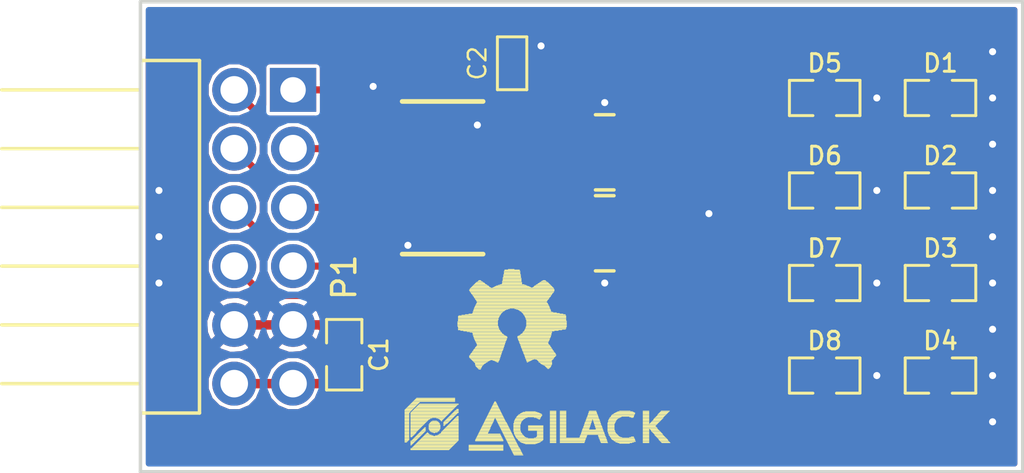
<source format=kicad_pcb>
(kicad_pcb (version 20171130) (host pcbnew 5.0.2)
  (layers (0 F.Cu signal) (31 B.Cu signal) (34 B.Paste user) (35 F.Paste user) (36 B.SilkS user) (37 F.SilkS user) (38 B.Mask user) (39 F.Mask user) (44 Edge.Cuts user))
  (net 0 "")
  (net 1 PMOD_IO1)
  (net 2 PMOD_IO2)
  (net 3 PMOD_IO3)
  (net 4 PMOD_IO4)
  (net 5 GND)
  (net 6 VCC)
  (net 7 PMOD_IO5)
  (net 8 PMOD_IO6)
  (net 9 PMOD_IO7)
  (net 10 PMOD_IO8)
  (net 11 "Net-(RP2-Pad3)")
  (net 12 "Net-(RP2-Pad2)")
  (net 13 "Net-(RP2-Pad1)")
  (net 14 "Net-(RP1-Pad4)")
  (net 15 "Net-(RP1-Pad3)")
  (net 16 "Net-(RP1-Pad2)")
  (net 17 "Net-(RP1-Pad1)")
  (net 18 "Net-(RP2-Pad4)")
  (net 19 "Net-(D1-Pad1)")
  (net 20 "Net-(D5-Pad1)")
  (net 21 "Net-(D2-Pad1)")
  (net 22 "Net-(D6-Pad1)")
  (net 23 "Net-(D8-Pad1)")
  (net 24 "Net-(D4-Pad1)")
  (net 25 "Net-(D7-Pad1)")
  (net 26 "Net-(D3-Pad1)")
  (module pmod-8leds:CONN_PMOD-Male (layer F.Cu) (at 133.5 105 90)
    (fp_text reference P1 (at -1.75 4.75 270) (layer F.SilkS))
    (fp_text value PMOD)
    (pad 1 thru_hole rect (at 6.35 2.54 90) (size 1.9 2) (drill 1.1) (layers *.Cu *.Mask) (net 1 PMOD_IO1))
    (pad 2 thru_hole circle (at 3.81 2.54 90) (size 1.9 1.9) (drill 1.19) (layers *.Cu *.Mask) (net 2 PMOD_IO2))
    (pad 3 thru_hole circle (at 1.27 2.54 90) (size 1.9 1.9) (drill 1.19) (layers *.Cu *.Mask) (net 3 PMOD_IO3))
    (pad 4 thru_hole circle (at -1.27 2.54 90) (size 1.9 1.9) (drill 1.19) (layers *.Cu *.Mask) (net 4 PMOD_IO4))
    (pad 5 thru_hole circle (at -3.81 2.54 90) (size 1.9 1.9) (drill 1.19) (layers *.Cu *.Mask) (net 5 GND))
    (pad 6 thru_hole circle (at -6.35 2.54 90) (size 1.9 1.9) (drill 1.19) (layers *.Cu *.Mask) (net 6 VCC))
    (pad 7 thru_hole circle (at 6.35 0 90) (size 1.9 1.9) (drill 1.19) (layers *.Cu *.Mask) (net 7 PMOD_IO5))
    (pad 8 thru_hole circle (at 3.81 0 90) (size 1.9 1.9) (drill 1.19) (layers *.Cu *.Mask) (net 8 PMOD_IO6))
    (pad 9 thru_hole circle (at 1.27 0 90) (size 1.9 1.9) (drill 1.19) (layers *.Cu *.Mask) (net 9 PMOD_IO7))
    (pad 10 thru_hole circle (at -1.27 0 90) (size 1.9 1.9) (drill 1.19) (layers *.Cu *.Mask) (net 10 PMOD_IO8))
    (pad 11 thru_hole circle (at -3.81 0 90) (size 1.9 1.9) (drill 1.19) (layers *.Cu *.Mask) (net 5 GND))
    (pad 12 thru_hole circle (at -6.35 0 90) (size 1.9 1.9) (drill 1.19) (layers *.Cu *.Mask) (net 6 VCC))
  )
  (module pmod-8leds:TSSOP20 (layer F.Cu) (at 142.5 102.45 270)
    (fp_text reference U1 hide)
    (fp_text value 74HC541 hide)
    (pad 2 smd rect (at -2.275 2.96926 270) (size 0.3048 1.78054) (layers F.Cu F.Paste F.Mask) (net 1 PMOD_IO1))
    (pad 3 smd rect (at -1.625 2.96926 270) (size 0.3048 1.78054) (layers F.Cu F.Paste F.Mask) (net 7 PMOD_IO5))
    (pad 4 smd rect (at -0.975 2.96926 270) (size 0.3048 1.78054) (layers F.Cu F.Paste F.Mask) (net 2 PMOD_IO2))
    (pad 5 smd rect (at -0.325 2.96926 270) (size 0.3048 1.78054) (layers F.Cu F.Paste F.Mask) (net 8 PMOD_IO6))
    (pad 6 smd rect (at 0.325 2.96926 270) (size 0.3048 1.78054) (layers F.Cu F.Paste F.Mask) (net 3 PMOD_IO3))
    (pad 7 smd rect (at 0.975 2.96926 270) (size 0.3048 1.78054) (layers F.Cu F.Paste F.Mask) (net 9 PMOD_IO7))
    (pad 8 smd rect (at 1.625 2.96926 270) (size 0.3048 1.78054) (layers F.Cu F.Paste F.Mask) (net 4 PMOD_IO4))
    (pad 9 smd rect (at 2.275 2.96926 270) (size 0.3048 1.78054) (layers F.Cu F.Paste F.Mask) (net 10 PMOD_IO8))
    (pad 12 smd rect (at 2.275 -2.96926 270) (size 0.29972 1.78054) (layers F.Cu F.Paste F.Mask) (net 11 "Net-(RP2-Pad3)"))
    (pad 13 smd rect (at 1.625 -2.96926 270) (size 0.29972 1.78054) (layers F.Cu F.Paste F.Mask) (net 12 "Net-(RP2-Pad2)"))
    (pad 14 smd rect (at 0.975 -2.96926 270) (size 0.29972 1.78054) (layers F.Cu F.Paste F.Mask) (net 13 "Net-(RP2-Pad1)"))
    (pad 15 smd rect (at 0.325 -2.96926 270) (size 0.29972 1.78054) (layers F.Cu F.Paste F.Mask) (net 14 "Net-(RP1-Pad4)"))
    (pad 16 smd rect (at -0.325 -2.96926 270) (size 0.29972 1.78054) (layers F.Cu F.Paste F.Mask) (net 15 "Net-(RP1-Pad3)"))
    (pad 17 smd rect (at -0.975 -2.96926 270) (size 0.29972 1.78054) (layers F.Cu F.Paste F.Mask) (net 16 "Net-(RP1-Pad2)"))
    (pad 18 smd rect (at -1.625 -2.96926 270) (size 0.29972 1.78054) (layers F.Cu F.Paste F.Mask) (net 17 "Net-(RP1-Pad1)"))
    (pad 19 smd rect (at -2.275 -2.96926 270) (size 0.29972 1.78054) (layers F.Cu F.Paste F.Mask) (net 5 GND))
    (pad 1 smd rect (at -2.925 2.9718 270) (size 0.3048 1.78054) (layers F.Cu F.Paste F.Mask) (net 5 GND))
    (pad 10 smd rect (at 2.925 2.9718 270) (size 0.3048 1.78054) (layers F.Cu F.Paste F.Mask) (net 5 GND))
    (pad 11 smd rect (at 2.925 -2.96926 270) (size 0.3048 1.78054) (layers F.Cu F.Paste F.Mask) (net 18 "Net-(RP2-Pad4)"))
    (pad 20 smd rect (at -2.925 -2.96926 270) (size 0.29972 1.78054) (layers F.Cu F.Paste F.Mask) (net 6 VCC))
  )
  (module pmod-8leds:SMD0805 (layer F.Cu) (at 138.25 110.1 90)
    (fp_text reference C1 (at 0 1.5 90) (layer F.SilkS) (effects (font (size 0.762 0.762) (thickness 0.127))))
    (fp_text value 1uF hide)
    (pad 1 smd rect (at -0.9525 0 90) (size 0.889 1.397) (layers F.Cu F.Paste F.Mask) (net 6 VCC))
    (pad 2 smd rect (at 0.9525 0 90) (size 0.889 1.397) (layers F.Cu F.Paste F.Mask) (net 5 GND))
  )
  (module pmod-8leds:R_4x0603 (layer F.Cu) (at 149.5 101.35)
    (fp_text reference RP1 hide)
    (fp_text value 330R hide)
    (pad 2 smd rect (at -0.85 -0.4) (size 0.9 0.4) (layers F.Cu F.Paste F.Mask) (net 16 "Net-(RP1-Pad2)"))
    (pad 3 smd rect (at -0.85 0.4) (size 0.9 0.4) (layers F.Cu F.Paste F.Mask) (net 15 "Net-(RP1-Pad3)"))
    (pad 1 smd rect (at -0.85 -1.2) (size 0.9 0.4) (layers F.Cu F.Paste F.Mask) (net 17 "Net-(RP1-Pad1)"))
    (pad 4 smd rect (at -0.85 1.2) (size 0.9 0.4) (layers F.Cu F.Paste F.Mask) (net 14 "Net-(RP1-Pad4)"))
    (pad 8 smd rect (at 0.85 -1.2) (size 0.9 0.4) (layers F.Cu F.Paste F.Mask) (net 19 "Net-(D1-Pad1)"))
    (pad 7 smd rect (at 0.85 -0.4) (size 0.9 0.4) (layers F.Cu F.Paste F.Mask) (net 20 "Net-(D5-Pad1)"))
    (pad 6 smd rect (at 0.85 0.4) (size 0.9 0.4) (layers F.Cu F.Paste F.Mask) (net 21 "Net-(D2-Pad1)"))
    (pad 5 smd rect (at 0.85 1.2) (size 0.9 0.4) (layers F.Cu F.Paste F.Mask) (net 22 "Net-(D6-Pad1)"))
  )
  (module pmod-8leds:R_4x0603 (layer F.Cu) (at 149.5 104.85)
    (fp_text reference RP2 hide)
    (fp_text value 330R hide)
    (pad 5 smd rect (at 0.85 1.2) (size 0.9 0.4) (layers F.Cu F.Paste F.Mask) (net 23 "Net-(D8-Pad1)"))
    (pad 6 smd rect (at 0.85 0.4) (size 0.9 0.4) (layers F.Cu F.Paste F.Mask) (net 24 "Net-(D4-Pad1)"))
    (pad 7 smd rect (at 0.85 -0.4) (size 0.9 0.4) (layers F.Cu F.Paste F.Mask) (net 25 "Net-(D7-Pad1)"))
    (pad 8 smd rect (at 0.85 -1.2) (size 0.9 0.4) (layers F.Cu F.Paste F.Mask) (net 26 "Net-(D3-Pad1)"))
    (pad 4 smd rect (at -0.85 1.2) (size 0.9 0.4) (layers F.Cu F.Paste F.Mask) (net 18 "Net-(RP2-Pad4)"))
    (pad 1 smd rect (at -0.85 -1.2) (size 0.9 0.4) (layers F.Cu F.Paste F.Mask) (net 13 "Net-(RP2-Pad1)"))
    (pad 3 smd rect (at -0.85 0.4) (size 0.9 0.4) (layers F.Cu F.Paste F.Mask) (net 11 "Net-(RP2-Pad3)"))
    (pad 2 smd rect (at -0.85 -0.4) (size 0.9 0.4) (layers F.Cu F.Paste F.Mask) (net 12 "Net-(RP2-Pad2)"))
  )
  (module pmod-8leds:SMD0805 (layer F.Cu) (at 164 99)
    (fp_text reference D1 (at 0 -1.5 180) (layer F.SilkS) (effects (font (size 0.762 0.762) (thickness 0.127))))
    (fp_text value LED hide)
    (pad 2 smd rect (at 0.9525 0) (size 0.889 1.397) (layers F.Cu F.Paste F.Mask) (net 5 GND))
    (pad 1 smd rect (at -0.9525 0) (size 0.889 1.397) (layers F.Cu F.Paste F.Mask) (net 19 "Net-(D1-Pad1)"))
  )
  (module pmod-8leds:SMD0805 (layer F.Cu) (at 164 103)
    (fp_text reference D2 (at 0 -1.5) (layer F.SilkS) (effects (font (size 0.762 0.762) (thickness 0.127))))
    (fp_text value LED hide)
    (pad 2 smd rect (at 0.9525 0) (size 0.889 1.397) (layers F.Cu F.Paste F.Mask) (net 5 GND))
    (pad 1 smd rect (at -0.9525 0) (size 0.889 1.397) (layers F.Cu F.Paste F.Mask) (net 21 "Net-(D2-Pad1)"))
  )
  (module pmod-8leds:SMD0805 (layer F.Cu) (at 164 107)
    (fp_text reference D3 (at 0 -1.5) (layer F.SilkS) (effects (font (size 0.762 0.762) (thickness 0.127))))
    (fp_text value LED hide)
    (pad 2 smd rect (at 0.9525 0) (size 0.889 1.397) (layers F.Cu F.Paste F.Mask) (net 5 GND))
    (pad 1 smd rect (at -0.9525 0) (size 0.889 1.397) (layers F.Cu F.Paste F.Mask) (net 26 "Net-(D3-Pad1)"))
  )
  (module pmod-8leds:SMD0805 (layer F.Cu) (at 164 111)
    (fp_text reference D4 (at 0 -1.5) (layer F.SilkS) (effects (font (size 0.762 0.762) (thickness 0.127))))
    (fp_text value LED hide)
    (pad 2 smd rect (at 0.9525 0) (size 0.889 1.397) (layers F.Cu F.Paste F.Mask) (net 5 GND))
    (pad 1 smd rect (at -0.9525 0) (size 0.889 1.397) (layers F.Cu F.Paste F.Mask) (net 24 "Net-(D4-Pad1)"))
  )
  (module pmod-8leds:SMD0805 (layer F.Cu) (at 159 99)
    (fp_text reference D5 (at 0 -1.5 180) (layer F.SilkS) (effects (font (size 0.762 0.762) (thickness 0.127))))
    (fp_text value LED hide)
    (pad 1 smd rect (at -0.9525 0) (size 0.889 1.397) (layers F.Cu F.Paste F.Mask) (net 20 "Net-(D5-Pad1)"))
    (pad 2 smd rect (at 0.9525 0) (size 0.889 1.397) (layers F.Cu F.Paste F.Mask) (net 5 GND))
  )
  (module pmod-8leds:SMD0805 (layer F.Cu) (at 159 103)
    (fp_text reference D6 (at 0 -1.5 180) (layer F.SilkS) (effects (font (size 0.762 0.762) (thickness 0.127))))
    (fp_text value LED hide)
    (pad 1 smd rect (at -0.9525 0) (size 0.889 1.397) (layers F.Cu F.Paste F.Mask) (net 22 "Net-(D6-Pad1)"))
    (pad 2 smd rect (at 0.9525 0) (size 0.889 1.397) (layers F.Cu F.Paste F.Mask) (net 5 GND))
  )
  (module pmod-8leds:SMD0805 (layer F.Cu) (at 159 107)
    (fp_text reference D7 (at 0 -1.5 180) (layer F.SilkS) (effects (font (size 0.762 0.762) (thickness 0.127))))
    (fp_text value LED hide)
    (pad 1 smd rect (at -0.9525 0) (size 0.889 1.397) (layers F.Cu F.Paste F.Mask) (net 25 "Net-(D7-Pad1)"))
    (pad 2 smd rect (at 0.9525 0) (size 0.889 1.397) (layers F.Cu F.Paste F.Mask) (net 5 GND))
  )
  (module pmod-8leds:SMD0805 (layer F.Cu) (at 159 111)
    (fp_text reference D8 (at 0 -1.5 180) (layer F.SilkS) (effects (font (size 0.762 0.762) (thickness 0.127))))
    (fp_text value LED hide)
    (pad 1 smd rect (at -0.9525 0) (size 0.889 1.397) (layers F.Cu F.Paste F.Mask) (net 23 "Net-(D8-Pad1)"))
    (pad 2 smd rect (at 0.9525 0) (size 0.889 1.397) (layers F.Cu F.Paste F.Mask) (net 5 GND))
  )
  (module cowmod-mini:SMD0603 (layer F.Cu) (at 145.5 97.5 90)
    (fp_text reference C2 (at 0 -1.5 90) (layer F.SilkS) (effects (font (size 0.762 0.762) (thickness 0.1016))))
    (fp_text value 100nF hide)
    (pad 1 smd rect (at -0.762 0 90) (size 0.635 1.143) (layers F.Cu F.Paste F.Mask) (net 6 VCC))
    (pad 2 smd rect (at 0.762 0 90) (size 0.635 1.143) (layers F.Cu F.Paste F.Mask) (net 5 GND))
  )
  (module pmod-8leds:logo-agilack-11.5 (layer F.Cu) (at 147 113.25)
    (fp_text reference agilack-11.5 hide)
    (fp_text value 450px hide)
  )
  (module pmod-8leds:logo-ohw (layer F.Cu) (at 145.5 108.72)
    (fp_text reference ohw_logo hide)
    (fp_text value VAL** hide)
  )
  (gr_text rev1 (at 141.5 96) (layer F.Cu) (effects (font (size 0.7112 0.7112) (thickness 0.1016))))
  (gr_text "Agilack CC-by-SA" (at 130 114) (layer F.Cu) (effects (font (size 0.7112 0.7112) (thickness 0.1016)) (justify left)))
  (gr_text "PMOD 8Leds" (at 130 96) (layer F.Cu) (effects (font (size 1 1) (thickness 0.2)) (justify left)))
  (gr_line (start 129.45 115.16) (end 129.45 94.84) (angle 90) (layer Edge.Cuts) (width 0.15))
  (gr_line (start 167.55 115.16) (end 129.45 115.16) (angle 90) (layer Edge.Cuts) (width 0.15))
  (gr_line (start 167.55 94.84) (end 167.55 115.16) (angle 90) (layer Edge.Cuts) (width 0.15))
  (gr_line (start 129.45 94.84) (end 167.55 94.84) (angle 90) (layer Edge.Cuts) (width 0.15))
  (segment (start 136.04 98.65) (end 137.26 98.65) (width 0.3048) (layer F.Cu) (net 1))
  (segment (start 137.26 98.65) (end 137.69 99.08) (width 0.3048) (layer F.Cu) (net 1))
  (segment (start 137.69 99.08) (end 137.69 99.67) (width 0.3048) (layer F.Cu) (net 1))
  (segment (start 137.69 99.67) (end 138.19 100.17) (width 0.3048) (layer F.Cu) (net 1))
  (segment (start 138.19 100.17) (end 138.4 100.17) (width 0.3048) (layer F.Cu) (net 1))
  (segment (start 138.4 100.17) (end 139.52574 100.17) (width 0.2032) (layer F.Cu) (net 1))
  (segment (start 139.52574 100.17) (end 139.53074 100.175) (width 0.2032) (layer F.Cu) (net 1))
  (segment (start 136.04 101.19) (end 137.3 101.19) (width 0.3048) (layer F.Cu) (net 2))
  (segment (start 137.3 101.19) (end 137.58 101.47) (width 0.3048) (layer F.Cu) (net 2))
  (segment (start 137.58 101.47) (end 138.4 101.47) (width 0.3048) (layer F.Cu) (net 2))
  (segment (start 138.4 101.47) (end 139.52574 101.47) (width 0.2032) (layer F.Cu) (net 2))
  (segment (start 139.52574 101.47) (end 139.53074 101.475) (width 0.2032) (layer F.Cu) (net 2))
  (segment (start 136.04 103.73) (end 137.23 103.73) (width 0.3048) (layer F.Cu) (net 3))
  (segment (start 137.23 103.73) (end 138.19 102.77) (width 0.3048) (layer F.Cu) (net 3))
  (segment (start 138.19 102.77) (end 138.4 102.77) (width 0.3048) (layer F.Cu) (net 3))
  (segment (start 138.4 102.77) (end 139.52574 102.77) (width 0.2032) (layer F.Cu) (net 3))
  (segment (start 139.52574 102.77) (end 139.53074 102.775) (width 0.2032) (layer F.Cu) (net 3))
  (segment (start 136.04 106.27) (end 137.3 106.27) (width 0.3048) (layer F.Cu) (net 4))
  (segment (start 137.3 106.27) (end 137.65 105.92) (width 0.3048) (layer F.Cu) (net 4))
  (segment (start 137.65 105.92) (end 137.65 104.82) (width 0.3048) (layer F.Cu) (net 4))
  (segment (start 137.65 104.82) (end 138.4 104.07) (width 0.3048) (layer F.Cu) (net 4))
  (segment (start 138.4 104.07) (end 139.52574 104.07) (width 0.2032) (layer F.Cu) (net 4))
  (segment (start 139.52574 104.07) (end 139.53074 104.075) (width 0.2032) (layer F.Cu) (net 4))
  (via (at 141 105.37) (size 0.7112) (drill 0.3048) (layers F.Cu B.Cu) (net 5))
  (segment (start 141 105.37) (end 141 106.12) (width 0.2032) (layer B.Cu) (net 5))
  (segment (start 141 106.12) (end 140.05 107.07) (width 0.2032) (layer B.Cu) (net 5))
  (segment (start 140.05 107.07) (end 137.78 107.07) (width 0.2032) (layer B.Cu) (net 5))
  (segment (start 137.78 107.07) (end 136.04 108.81) (width 0.2032) (layer B.Cu) (net 5))
  (segment (start 139.5282 105.375) (end 140.995 105.375) (width 0.3048) (layer F.Cu) (net 5))
  (segment (start 140.995 105.375) (end 141 105.37) (width 0.3048) (layer F.Cu) (net 5))
  (segment (start 133.5 108.81) (end 136.04 108.81) (width 0.4064) (layer F.Cu) (net 5))
  (segment (start 136.04 108.81) (end 137.22 108.81) (width 0.4064) (layer F.Cu) (net 5))
  (segment (start 137.22 108.81) (end 137.33 108.92) (width 0.4064) (layer F.Cu) (net 5))
  (segment (start 137.33 108.92) (end 138.0225 108.92) (width 0.4064) (layer F.Cu) (net 5))
  (segment (start 138.0225 108.92) (end 138.25 109.1475) (width 0.4064) (layer F.Cu) (net 5))
  (segment (start 141 105.37) (end 141 99.82) (width 0.2032) (layer F.Cu) (net 5))
  (segment (start 141 99.82) (end 140.7 99.52) (width 0.2032) (layer F.Cu) (net 5))
  (segment (start 140.7 99.52) (end 139.5332 99.52) (width 0.2032) (layer F.Cu) (net 5))
  (segment (start 139.5332 99.52) (end 139.5282 99.525) (width 0.2032) (layer F.Cu) (net 5))
  (via (at 144 100.17) (size 0.7112) (drill 0.3048) (layers F.Cu B.Cu) (net 5))
  (segment (start 145.46926 100.175) (end 144.005 100.175) (width 0.3048) (layer F.Cu) (net 5))
  (segment (start 144.005 100.175) (end 144 100.17) (width 0.3048) (layer F.Cu) (net 5))
  (segment (start 166.25 99) (end 161.25 99) (width 0.3048) (layer B.Cu) (net 5))
  (via (at 161.25 99) (size 0.7112) (drill 0.3048) (layers F.Cu B.Cu) (net 5))
  (segment (start 161.25 99) (end 159.9525 99) (width 0.4064) (layer F.Cu) (net 5))
  (via (at 166.25 99) (size 0.7112) (drill 0.3048) (layers F.Cu B.Cu) (net 5))
  (segment (start 166.25 99) (end 164.9525 99) (width 0.4064) (layer F.Cu) (net 5))
  (segment (start 166.25 99) (end 166.25 101) (width 0.4064) (layer B.Cu) (net 5))
  (segment (start 166.25 101) (end 166.25 103) (width 0.4064) (layer B.Cu) (net 5))
  (via (at 166.25 103) (size 0.7112) (drill 0.3048) (layers F.Cu B.Cu) (net 5))
  (segment (start 166.25 103) (end 164.9525 103) (width 0.4064) (layer F.Cu) (net 5))
  (segment (start 161.25 99) (end 161.25 103) (width 0.4064) (layer B.Cu) (net 5))
  (via (at 161.25 103) (size 0.7112) (drill 0.3048) (layers F.Cu B.Cu) (net 5))
  (segment (start 161.25 103) (end 159.9525 103) (width 0.4064) (layer F.Cu) (net 5))
  (via (at 166.25 105) (size 0.7112) (drill 0.3048) (layers F.Cu B.Cu) (net 5))
  (segment (start 166.25 103) (end 166.25 105) (width 0.4064) (layer B.Cu) (net 5))
  (segment (start 159.25 105) (end 161.25 103) (width 0.4064) (layer B.Cu) (net 5))
  (via (at 161.25 107) (size 0.7112) (drill 0.3048) (layers F.Cu B.Cu) (net 5))
  (segment (start 161.25 107) (end 159.9525 107) (width 0.4064) (layer F.Cu) (net 5))
  (segment (start 166.25 105) (end 166.25 107) (width 0.4064) (layer B.Cu) (net 5))
  (via (at 166.25 107) (size 0.7112) (drill 0.3048) (layers F.Cu B.Cu) (net 5))
  (segment (start 166.25 107) (end 164.9525 107) (width 0.4064) (layer F.Cu) (net 5))
  (segment (start 159.25 105) (end 161.25 107) (width 0.4064) (layer B.Cu) (net 5))
  (segment (start 161.25 107) (end 166.25 107) (width 0.4064) (layer B.Cu) (net 5))
  (segment (start 166.25 107) (end 166.25 109) (width 0.4064) (layer B.Cu) (net 5))
  (segment (start 166.25 109) (end 166.25 111) (width 0.4064) (layer B.Cu) (net 5))
  (via (at 166.25 111) (size 0.7112) (drill 0.3048) (layers F.Cu B.Cu) (net 5))
  (segment (start 166.25 111) (end 164.9525 111) (width 0.4064) (layer F.Cu) (net 5))
  (segment (start 161.25 107) (end 161.25 111) (width 0.4064) (layer B.Cu) (net 5))
  (via (at 161.25 111) (size 0.7112) (drill 0.3048) (layers F.Cu B.Cu) (net 5))
  (segment (start 161.25 111) (end 159.9525 111) (width 0.4064) (layer F.Cu) (net 5))
  (segment (start 161.25 111) (end 166.25 111) (width 0.4064) (layer B.Cu) (net 5))
  (segment (start 143.11 105) (end 142.74 105.37) (width 0.4064) (layer B.Cu) (net 5))
  (segment (start 142.74 105.37) (end 141 105.37) (width 0.4064) (layer B.Cu) (net 5))
  (via (at 146.75 96.75) (size 0.7112) (drill 0.3048) (layers F.Cu B.Cu) (net 5))
  (segment (start 146.75 96.75) (end 145.512 96.75) (width 0.3048) (layer F.Cu) (net 5))
  (segment (start 145.512 96.75) (end 145.5 96.738) (width 0.3048) (layer F.Cu) (net 5))
  (segment (start 144 100.17) (end 144 98.28) (width 0.3048) (layer B.Cu) (net 5))
  (segment (start 144 98.28) (end 144.78 97.5) (width 0.3048) (layer B.Cu) (net 5))
  (segment (start 144.78 97.5) (end 146 97.5) (width 0.3048) (layer B.Cu) (net 5))
  (segment (start 146 97.5) (end 146.75 96.75) (width 0.3048) (layer B.Cu) (net 5))
  (segment (start 144 100.17) (end 144 103.07) (width 0.3048) (layer B.Cu) (net 5))
  (segment (start 144 103.07) (end 143.11 103.96) (width 0.3048) (layer B.Cu) (net 5))
  (segment (start 143.11 103.96) (end 143.11 105) (width 0.3048) (layer B.Cu) (net 5))
  (via (at 166.25 101) (size 0.7112) (drill 0.3048) (layers F.Cu B.Cu) (net 5))
  (segment (start 166.25 99) (end 166.25 97) (width 0.4064) (layer B.Cu) (net 5))
  (via (at 166.25 97) (size 0.7112) (drill 0.3048) (layers F.Cu B.Cu) (net 5))
  (via (at 166.25 109) (size 0.7112) (drill 0.3048) (layers F.Cu B.Cu) (net 5))
  (segment (start 166.25 111) (end 166.25 113) (width 0.4064) (layer B.Cu) (net 5))
  (via (at 166.25 113) (size 0.7112) (drill 0.3048) (layers F.Cu B.Cu) (net 5))
  (via (at 154 104) (size 0.7112) (drill 0.3048) (layers F.Cu B.Cu) (net 5))
  (segment (start 159.25 105) (end 155 105) (width 0.4064) (layer B.Cu) (net 5))
  (segment (start 155 105) (end 154 104) (width 0.4064) (layer B.Cu) (net 5))
  (segment (start 143.11 105) (end 149.5 105) (width 0.4064) (layer B.Cu) (net 5))
  (segment (start 149.5 105) (end 153 105) (width 0.4064) (layer B.Cu) (net 5))
  (segment (start 153 105) (end 154 104) (width 0.4064) (layer B.Cu) (net 5))
  (segment (start 149.5 105) (end 149.5 107) (width 0.4064) (layer B.Cu) (net 5))
  (via (at 149.5 107) (size 0.7112) (drill 0.3048) (layers F.Cu B.Cu) (net 5))
  (segment (start 149.5 105) (end 149.5 99.2) (width 0.4064) (layer B.Cu) (net 5))
  (via (at 149.5 99.2) (size 0.7112) (drill 0.3048) (layers F.Cu B.Cu) (net 5))
  (segment (start 144 100.17) (end 141.17 100.17) (width 0.4064) (layer B.Cu) (net 5))
  (segment (start 141.17 100.17) (end 139.5 98.5) (width 0.4064) (layer B.Cu) (net 5))
  (via (at 139.5 98.5) (size 0.7112) (drill 0.3048) (layers F.Cu B.Cu) (net 5))
  (via (at 130.25 105) (size 0.7112) (drill 0.3048) (layers F.Cu B.Cu) (net 5))
  (segment (start 130.25 105) (end 130.25 107) (width 0.4064) (layer B.Cu) (net 5))
  (via (at 130.25 107) (size 0.7112) (drill 0.3048) (layers F.Cu B.Cu) (net 5))
  (segment (start 130.25 105) (end 130.25 103) (width 0.4064) (layer B.Cu) (net 5))
  (via (at 130.25 103) (size 0.7112) (drill 0.3048) (layers F.Cu B.Cu) (net 5))
  (segment (start 130.25 107) (end 131.69 107) (width 0.4064) (layer B.Cu) (net 5))
  (segment (start 131.69 107) (end 133.5 108.81) (width 0.4064) (layer B.Cu) (net 5))
  (segment (start 133.5 111.35) (end 136.04 111.35) (width 0.4064) (layer F.Cu) (net 6))
  (segment (start 136.04 111.35) (end 137.21 111.35) (width 0.4064) (layer F.Cu) (net 6))
  (segment (start 137.21 111.35) (end 137.28 111.28) (width 0.4064) (layer F.Cu) (net 6))
  (segment (start 137.28 111.28) (end 138.0225 111.28) (width 0.4064) (layer F.Cu) (net 6))
  (segment (start 138.0225 111.28) (end 138.25 111.0525) (width 0.4064) (layer F.Cu) (net 6))
  (segment (start 138.25 111.0525) (end 139.4675 111.0525) (width 0.4064) (layer F.Cu) (net 6))
  (segment (start 139.4675 111.0525) (end 142.5 108.02) (width 0.4064) (layer F.Cu) (net 6))
  (segment (start 142.5 108.02) (end 142.5 99.58) (width 0.4064) (layer F.Cu) (net 6))
  (segment (start 145.5 98.262) (end 143.818 98.262) (width 0.4064) (layer F.Cu) (net 6))
  (segment (start 143.818 98.262) (end 142.5 99.58) (width 0.4064) (layer F.Cu) (net 6))
  (segment (start 146.65 99.52) (end 145.47426 99.52) (width 0.2032) (layer F.Cu) (net 6))
  (segment (start 145.47426 99.52) (end 145.46926 99.525) (width 0.2032) (layer F.Cu) (net 6))
  (segment (start 146.65 99.52) (end 147 99.52) (width 0.3048) (layer F.Cu) (net 6))
  (segment (start 147 99.52) (end 147.25 99.27) (width 0.3048) (layer F.Cu) (net 6))
  (segment (start 147.25 99.27) (end 147.25 98.5) (width 0.3048) (layer F.Cu) (net 6))
  (segment (start 147.25 98.5) (end 147 98.25) (width 0.3048) (layer F.Cu) (net 6))
  (segment (start 147 98.25) (end 145.512 98.25) (width 0.3048) (layer F.Cu) (net 6))
  (segment (start 145.512 98.25) (end 145.5 98.262) (width 0.3048) (layer F.Cu) (net 6))
  (segment (start 134.77 99.92) (end 133.5 98.65) (width 0.3048) (layer F.Cu) (net 7))
  (segment (start 134.77 99.92) (end 136.94 99.92) (width 0.3048) (layer F.Cu) (net 7))
  (segment (start 136.94 99.92) (end 137.84 100.82) (width 0.3048) (layer F.Cu) (net 7))
  (segment (start 137.84 100.82) (end 138.4 100.82) (width 0.3048) (layer F.Cu) (net 7))
  (segment (start 138.4 100.82) (end 139.52574 100.82) (width 0.2032) (layer F.Cu) (net 7))
  (segment (start 139.52574 100.82) (end 139.53074 100.825) (width 0.2032) (layer F.Cu) (net 7))
  (segment (start 133.5 101.19) (end 134.77 102.46) (width 0.3048) (layer F.Cu) (net 8))
  (segment (start 134.77 102.46) (end 137.5 102.46) (width 0.3048) (layer F.Cu) (net 8))
  (segment (start 137.5 102.46) (end 137.84 102.12) (width 0.3048) (layer F.Cu) (net 8))
  (segment (start 137.84 102.12) (end 138.4 102.12) (width 0.3048) (layer F.Cu) (net 8))
  (segment (start 138.4 102.12) (end 139.52574 102.12) (width 0.2032) (layer F.Cu) (net 8))
  (segment (start 139.52574 102.12) (end 139.53074 102.125) (width 0.2032) (layer F.Cu) (net 8))
  (segment (start 133.5 103.73) (end 134.77 105) (width 0.3048) (layer F.Cu) (net 9))
  (segment (start 138.4 103.42) (end 139.52574 103.42) (width 0.2032) (layer F.Cu) (net 9))
  (segment (start 139.52574 103.42) (end 139.53074 103.425) (width 0.2032) (layer F.Cu) (net 9))
  (segment (start 134.77 105) (end 136.67 105) (width 0.3048) (layer F.Cu) (net 9))
  (segment (start 136.67 105) (end 138.25 103.42) (width 0.3048) (layer F.Cu) (net 9))
  (segment (start 138.25 103.42) (end 138.4 103.42) (width 0.3048) (layer F.Cu) (net 9))
  (segment (start 133.5 106.27) (end 134.77 107.54) (width 0.3048) (layer F.Cu) (net 10))
  (segment (start 134.77 107.54) (end 137.04 107.54) (width 0.3048) (layer F.Cu) (net 10))
  (segment (start 137.04 107.54) (end 138.15 106.43) (width 0.3048) (layer F.Cu) (net 10))
  (segment (start 138.15 106.43) (end 138.15 104.97) (width 0.3048) (layer F.Cu) (net 10))
  (segment (start 138.15 104.97) (end 138.4 104.72) (width 0.2032) (layer F.Cu) (net 10))
  (segment (start 138.4 104.72) (end 139.52574 104.72) (width 0.2032) (layer F.Cu) (net 10))
  (segment (start 139.52574 104.72) (end 139.53074 104.725) (width 0.2032) (layer F.Cu) (net 10))
  (segment (start 145.46926 104.725) (end 146.965 104.725) (width 0.3048) (layer F.Cu) (net 11))
  (segment (start 146.965 104.725) (end 147.49 105.25) (width 0.3048) (layer F.Cu) (net 11))
  (segment (start 147.49 105.25) (end 148.65 105.25) (width 0.3048) (layer F.Cu) (net 11))
  (segment (start 145.46926 104.075) (end 147.105 104.075) (width 0.3048) (layer F.Cu) (net 12))
  (segment (start 147.105 104.075) (end 147.48 104.45) (width 0.3048) (layer F.Cu) (net 12))
  (segment (start 147.48 104.45) (end 148.65 104.45) (width 0.3048) (layer F.Cu) (net 12))
  (segment (start 145.46926 103.425) (end 147.245 103.425) (width 0.3048) (layer F.Cu) (net 13))
  (segment (start 147.245 103.425) (end 147.47 103.65) (width 0.3048) (layer F.Cu) (net 13))
  (segment (start 147.47 103.65) (end 148.65 103.65) (width 0.3048) (layer F.Cu) (net 13))
  (segment (start 148.65 102.55) (end 147.47 102.55) (width 0.3048) (layer F.Cu) (net 14))
  (segment (start 145.46926 102.775) (end 147.245 102.775) (width 0.3048) (layer F.Cu) (net 14))
  (segment (start 147.245 102.775) (end 147.47 102.55) (width 0.3048) (layer F.Cu) (net 14))
  (segment (start 148.65 101.75) (end 147.48 101.75) (width 0.3048) (layer F.Cu) (net 15))
  (segment (start 145.46926 102.125) (end 147.105 102.125) (width 0.3048) (layer F.Cu) (net 15))
  (segment (start 147.105 102.125) (end 147.48 101.75) (width 0.3048) (layer F.Cu) (net 15))
  (segment (start 148.65 100.95) (end 147.49 100.95) (width 0.3048) (layer F.Cu) (net 16))
  (segment (start 145.46926 101.475) (end 146.965 101.475) (width 0.3048) (layer F.Cu) (net 16))
  (segment (start 146.965 101.475) (end 147.49 100.95) (width 0.3048) (layer F.Cu) (net 16))
  (segment (start 148.65 100.15) (end 147.5 100.15) (width 0.3048) (layer F.Cu) (net 17))
  (segment (start 145.46926 100.825) (end 146.825 100.825) (width 0.3048) (layer F.Cu) (net 17))
  (segment (start 146.825 100.825) (end 147.5 100.15) (width 0.3048) (layer F.Cu) (net 17))
  (segment (start 146.825 105.375) (end 147.5 106.05) (width 0.3048) (layer F.Cu) (net 18))
  (segment (start 147.5 106.05) (end 148.65 106.05) (width 0.3048) (layer F.Cu) (net 18))
  (segment (start 146.65 105.375) (end 146.825 105.375) (width 0.3048) (layer F.Cu) (net 18))
  (segment (start 146.65 105.375) (end 145.46926 105.375) (width 0.2032) (layer F.Cu) (net 18))
  (segment (start 163.0475 99) (end 163.0475 98.7475) (width 0.3048) (layer F.Cu) (net 19))
  (segment (start 163.0475 98.7475) (end 162.05 97.75) (width 0.3048) (layer F.Cu) (net 19))
  (segment (start 150.35 100.15) (end 151.75 100.15) (width 0.3048) (layer F.Cu) (net 19))
  (segment (start 162.05 97.75) (end 154.15 97.75) (width 0.3048) (layer F.Cu) (net 19))
  (segment (start 154.15 97.75) (end 151.75 100.15) (width 0.3048) (layer F.Cu) (net 19))
  (segment (start 150.35 100.95) (end 152 100.95) (width 0.3048) (layer F.Cu) (net 20))
  (segment (start 158.0475 99) (end 153.95 99) (width 0.3048) (layer F.Cu) (net 20))
  (segment (start 153.95 99) (end 152 100.95) (width 0.3048) (layer F.Cu) (net 20))
  (segment (start 163.0475 103) (end 163.0475 102.7475) (width 0.3048) (layer F.Cu) (net 21))
  (segment (start 163.0475 102.7475) (end 161.3 101) (width 0.3048) (layer F.Cu) (net 21))
  (segment (start 150.35 101.75) (end 152.25 101.75) (width 0.3048) (layer F.Cu) (net 21))
  (segment (start 161.3 101) (end 153 101) (width 0.3048) (layer F.Cu) (net 21))
  (segment (start 153 101) (end 152.25 101.75) (width 0.3048) (layer F.Cu) (net 21))
  (segment (start 150.35 102.55) (end 152.25 102.55) (width 0.3048) (layer F.Cu) (net 22))
  (segment (start 158.0475 103) (end 152.7 103) (width 0.3048) (layer F.Cu) (net 22))
  (segment (start 152.7 103) (end 152.25 102.55) (width 0.3048) (layer F.Cu) (net 22))
  (segment (start 150.35 106.05) (end 151.25 106.05) (width 0.3048) (layer F.Cu) (net 23))
  (segment (start 158.0475 111) (end 156.2 111) (width 0.3048) (layer F.Cu) (net 23))
  (segment (start 156.2 111) (end 151.25 106.05) (width 0.3048) (layer F.Cu) (net 23))
  (segment (start 150.35 105.25) (end 151.5 105.25) (width 0.3048) (layer F.Cu) (net 24))
  (segment (start 163.0475 111) (end 163.0475 110.7475) (width 0.3048) (layer F.Cu) (net 24))
  (segment (start 163.0475 110.7475) (end 161.3 109) (width 0.3048) (layer F.Cu) (net 24))
  (segment (start 161.3 109) (end 155.25 109) (width 0.3048) (layer F.Cu) (net 24))
  (segment (start 155.25 109) (end 151.5 105.25) (width 0.3048) (layer F.Cu) (net 24))
  (segment (start 150.35 104.45) (end 151.75 104.45) (width 0.3048) (layer F.Cu) (net 25))
  (segment (start 158.0475 107) (end 154.3 107) (width 0.3048) (layer F.Cu) (net 25))
  (segment (start 154.3 107) (end 151.75 104.45) (width 0.3048) (layer F.Cu) (net 25))
  (segment (start 150.35 103.65) (end 152 103.65) (width 0.3048) (layer F.Cu) (net 26))
  (segment (start 163.0475 107) (end 163.0475 106.7475) (width 0.3048) (layer F.Cu) (net 26))
  (segment (start 163.0475 106.7475) (end 161.3 105) (width 0.3048) (layer F.Cu) (net 26))
  (segment (start 161.3 105) (end 153.35 105) (width 0.3048) (layer F.Cu) (net 26))
  (segment (start 153.35 105) (end 152 103.65) (width 0.3048) (layer F.Cu) (net 26))
  (zone (net 5) (net_name GND) (layer B.Cu) (connect_pads (clearance 0.1524)) (min_thickness 0.254) (fill yes (arc_segments 16) (thermal_gap 0.2032) (thermal_bridge_width 0.508))
    (polygon (pts (xy 129.45 94.84) (xy 167.55 94.84) (xy 167.55 115.16) (xy 129.45 115.16)))
  )
  (zone (net 5) (net_name GND) (layer F.Cu) (connect_pads (clearance 0.1524)) (min_thickness 0.254) (fill yes (arc_segments 16) (thermal_gap 0.2032) (thermal_bridge_width 0.508))
    (polygon (pts (xy 129.45 97.1) (xy 143 97.1) (xy 143 94.84) (xy 167.55 94.84) (xy 167.55 115.16) (xy 140.5 115.16) (xy 140.5 113) (xy 129.45 113)))
  )
)
</source>
